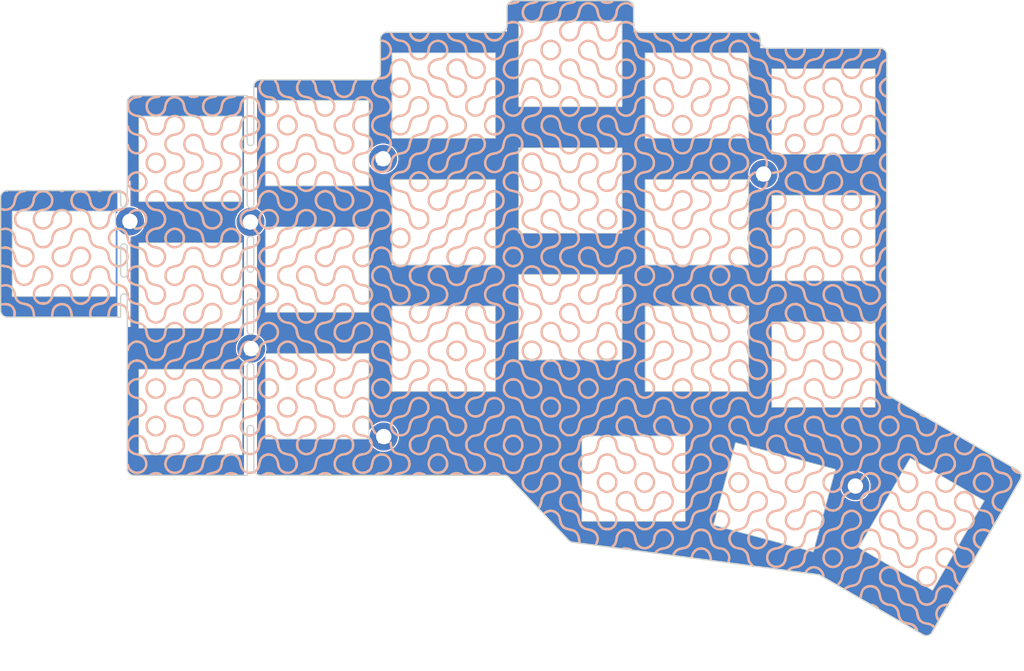
<source format=kicad_pcb>
(kicad_pcb (version 20221018) (generator pcbnew)
  (layers (0 "F.Cu" signal) (31 "B.Cu" signal) (34 "B.Paste" user) (35 "F.Paste" user) (36 "B.SilkS" user "B.Silkscreen") (37 "F.SilkS" user "F.Silkscreen") (38 "B.Mask" user) (39 "F.Mask" user) (44 "Edge.Cuts" user))
  (net 0 "")
  (footprint "kbd:SW_Hole_ALPS" (layer "F.Cu") (at 42.721463 76.099368)
    (fp_text reference "K18" hide)
    (fp_text value "KEYSW" hide)
    (fp_line (start -7.75 -6.4) (end -7.75 6.4) (stroke (width 0.12)) (layer "Edge.Cuts"))
    (fp_line (start -7.75 6.4) (end 7.75 6.4) (stroke (width 0.12)) (layer "Edge.Cuts"))
    (fp_line (start 7.75 -6.4) (end -7.75 -6.4) (stroke (width 0.12)) (layer "Edge.Cuts"))
    (fp_line (start 7.75 6.4) (end 7.75 -6.4) (stroke (width 0.12)) (layer "Edge.Cuts"))
  )
  (footprint "kbd:SW_Hole_ALPS" (layer "F.Cu") (at 118.721463 47.599367)
    (fp_text reference "K21" hide)
    (fp_text value "KEYSW" hide)
    (fp_line (start -7.75 -6.4) (end -7.75 6.4) (stroke (width 0.12)) (layer "Edge.Cuts"))
    (fp_line (start -7.75 6.4) (end 7.75 6.4) (stroke (width 0.12)) (layer "Edge.Cuts"))
    (fp_line (start 7.75 -6.4) (end -7.75 -6.4) (stroke (width 0.12)) (layer "Edge.Cuts"))
    (fp_line (start 7.75 6.4) (end 7.75 -6.4) (stroke (width 0.12)) (layer "Edge.Cuts"))
  )
  (footprint "kbd:SW_Hole_ALPS" (layer "F.Cu") (at 42.721463 57.099368)
    (fp_text reference "K14" hide)
    (fp_text value "KEYSW" hide)
    (fp_line (start -7.75 -6.4) (end -7.75 6.4) (stroke (width 0.12)) (layer "Edge.Cuts"))
    (fp_line (start -7.75 6.4) (end 7.75 6.4) (stroke (width 0.12)) (layer "Edge.Cuts"))
    (fp_line (start 7.75 -6.4) (end -7.75 -6.4) (stroke (width 0.12)) (layer "Edge.Cuts"))
    (fp_line (start 7.75 6.4) (end 7.75 -6.4) (stroke (width 0.12)) (layer "Edge.Cuts"))
  )
  (footprint "kbd:SW_Hole_ALPS" (layer "F.Cu") (at 61.721463 35.724368)
    (fp_text reference "K13" hide)
    (fp_text value "KEYSW" hide)
    (fp_line (start -7.75 -6.4) (end -7.75 6.4) (stroke (width 0.12)) (layer "Edge.Cuts"))
    (fp_line (start -7.75 6.4) (end 7.75 6.4) (stroke (width 0.12)) (layer "Edge.Cuts"))
    (fp_line (start 7.75 -6.4) (end -7.75 -6.4) (stroke (width 0.12)) (layer "Edge.Cuts"))
    (fp_line (start 7.75 6.4) (end 7.75 -6.4) (stroke (width 0.12)) (layer "Edge.Cuts"))
  )
  (footprint "kbd:SW_Hole_ALPS" (layer "F.Cu") (at 152.426296 92.925796 60)
    (fp_text reference "K22" hide)
    (fp_text value "KEYSW" hide)
    (fp_line (start -7.75 -6.4) (end -7.75 6.4) (stroke (width 0.12)) (layer "Edge.Cuts"))
    (fp_line (start -7.75 6.4) (end 7.75 6.4) (stroke (width 0.12)) (layer "Edge.Cuts"))
    (fp_line (start 7.75 -6.4) (end -7.75 -6.4) (stroke (width 0.12)) (layer "Edge.Cuts"))
    (fp_line (start 7.75 6.4) (end 7.75 -6.4) (stroke (width 0.12)) (layer "Edge.Cuts"))
  )
  (footprint "kbd:M2_Hole_TH" (layer "F.Cu") (at 128.721463 40.374367)
    (fp_text reference "H8" (at 0 0.5) (layer "F.SilkS"))
    (fp_text value "MountingHole")
    (pad "" thru_hole circle (at 0 0) (size 4.2 4.2) (drill 2.3) (layers "*.Cu" "*.Mask"))
  )
  (footprint "kbd:SW_Hole_ALPS" (layer "F.Cu") (at 80.721463 66.599368)
    (fp_text reference "K9" hide)
    (fp_text value "KEYSW" hide)
    (fp_line (start -7.75 -6.4) (end -7.75 6.4) (stroke (width 0.12)) (layer "Edge.Cuts"))
    (fp_line (start -7.75 6.4) (end 7.75 6.4) (stroke (width 0.12)) (layer "Edge.Cuts"))
    (fp_line (start 7.75 -6.4) (end -7.75 -6.4) (stroke (width 0.12)) (layer "Edge.Cuts"))
    (fp_line (start 7.75 6.4) (end 7.75 -6.4) (stroke (width 0.12)) (layer "Edge.Cuts"))
  )
  (footprint "kbd:M2_Hole_TH" (layer "F.Cu") (at 71.621463 38.074367)
    (fp_text reference "H4" (at 0 0.5) (layer "F.SilkS"))
    (fp_text value "MountingHole")
    (pad "" thru_hole circle (at 0 0) (size 4.2 4.2) (drill 2.3) (layers "*.Cu" "*.Mask"))
  )
  (footprint "kbd:SW_Hole_ALPS" (layer "F.Cu") (at 130.35654 88.881582 -15)
    (fp_text reference "K1" hide)
    (fp_text value "KEYSW" hide)
    (fp_line (start -7.75 -6.4) (end -7.75 6.4) (stroke (width 0.12)) (layer "Edge.Cuts"))
    (fp_line (start -7.75 6.4) (end 7.75 6.4) (stroke (width 0.12)) (layer "Edge.Cuts"))
    (fp_line (start 7.75 -6.4) (end -7.75 -6.4) (stroke (width 0.12)) (layer "Edge.Cuts"))
    (fp_line (start 7.75 6.4) (end 7.75 -6.4) (stroke (width 0.12)) (layer "Edge.Cuts"))
  )
  (footprint "Silks:skean_truchet_back" (layer "F.Cu") (at 91.221464 61.599367)
    (fp_text reference "G***" hide)
    (fp_text value "LOGO" hide)
  )
  (footprint "kbd:SW_Hole_ALPS" (layer "F.Cu") (at 99.721463 23.849368)
    (fp_text reference "K11" hide)
    (fp_text value "KEYSW" hide)
    (fp_line (start -7.75 -6.4) (end -7.75 6.4) (stroke (width 0.12)) (layer "Edge.Cuts"))
    (fp_line (start -7.75 6.4) (end 7.75 6.4) (stroke (width 0.12)) (layer "Edge.Cuts"))
    (fp_line (start 7.75 -6.4) (end -7.75 -6.4) (stroke (width 0.12)) (layer "Edge.Cuts"))
    (fp_line (start 7.75 6.4) (end 7.75 -6.4) (stroke (width 0.12)) (layer "Edge.Cuts"))
  )
  (footprint "kbd:M2_Hole_TH" (layer "F.Cu") (at 51.821463 66.574367)
    (fp_text reference "H2" (at 0 0.5) (layer "F.SilkS"))
    (fp_text value "MountingHole")
    (pad "" thru_hole circle (at 0 0) (size 4.2 4.2) (drill 2.3) (layers "*.Cu" "*.Mask"))
  )
  (footprint "kbd:SW_Hole_ALPS" (layer "F.Cu") (at 42.721463 38.099368)
    (fp_text reference "K7" hide)
    (fp_text value "KEYSW" hide)
    (fp_line (start -7.75 -6.4) (end -7.75 6.4) (stroke (width 0.12)) (layer "Edge.Cuts"))
    (fp_line (start -7.75 6.4) (end 7.75 6.4) (stroke (width 0.12)) (layer "Edge.Cuts"))
    (fp_line (start 7.75 -6.4) (end -7.75 -6.4) (stroke (width 0.12)) (layer "Edge.Cuts"))
    (fp_line (start 7.75 6.4) (end 7.75 -6.4) (stroke (width 0.12)) (layer "Edge.Cuts"))
  )
  (footprint "kbd:SW_Hole_ALPS" (layer "F.Cu") (at 118.721463 66.599367)
    (fp_text reference "K12" hide)
    (fp_text value "KEYSW" hide)
    (fp_line (start -7.75 -6.4) (end -7.75 6.4) (stroke (width 0.12)) (layer "Edge.Cuts"))
    (fp_line (start -7.75 6.4) (end 7.75 6.4) (stroke (width 0.12)) (layer "Edge.Cuts"))
    (fp_line (start 7.75 -6.4) (end -7.75 -6.4) (stroke (width 0.12)) (layer "Edge.Cuts"))
    (fp_line (start 7.75 6.4) (end 7.75 -6.4) (stroke (width 0.12)) (layer "Edge.Cuts"))
  )
  (footprint "kbd:M2_Hole_TH" (layer "F.Cu") (at 33.621463 47.474367)
    (fp_text reference "H3" (at 0 0.5) (layer "F.SilkS"))
    (fp_text value "MountingHole")
    (pad "" thru_hole circle (at 0 0) (size 4.2 4.2) (drill 2.3) (layers "*.Cu" "*.Mask"))
  )
  (footprint "kbd:M2_Hole_TH" (layer "F.Cu") (at 51.721463 47.574367)
    (fp_text reference "H1" (at 0 0.5) (layer "F.SilkS"))
    (fp_text value "MountingHole")
    (pad "" thru_hole circle (at 0 0) (size 4.2 4.2) (drill 2.3) (layers "*.Cu" "*.Mask"))
  )
  (footprint "kbd:SW_Hole_ALPS" (layer "F.Cu") (at 118.721463 28.599367)
    (fp_text reference "K16" hide)
    (fp_text value "KEYSW" hide)
    (fp_line (start -7.75 -6.4) (end -7.75 6.4) (stroke (width 0.12)) (layer "Edge.Cuts"))
    (fp_line (start -7.75 6.4) (end 7.75 6.4) (stroke (width 0.12)) (layer "Edge.Cuts"))
    (fp_line (start 7.75 -6.4) (end -7.75 -6.4) (stroke (width 0.12)) (layer "Edge.Cuts"))
    (fp_line (start 7.75 6.4) (end 7.75 -6.4) (stroke (width 0.12)) (layer "Edge.Cuts"))
  )
  (footprint "kbd:SW_Hole_ALPS" (layer "F.Cu") (at 80.721463 47.599368)
    (fp_text reference "K6" hide)
    (fp_text value "KEYSW" hide)
    (fp_line (start -7.75 -6.4) (end -7.75 6.4) (stroke (width 0.12)) (layer "Edge.Cuts"))
    (fp_line (start -7.75 6.4) (end 7.75 6.4) (stroke (width 0.12)) (layer "Edge.Cuts"))
    (fp_line (start 7.75 -6.4) (end -7.75 -6.4) (stroke (width 0.12)) (layer "Edge.Cuts"))
    (fp_line (start 7.75 6.4) (end 7.75 -6.4) (stroke (width 0.12)) (layer "Edge.Cuts"))
  )
  (footprint "kbd:SW_Hole_ALPS" (layer "F.Cu") (at 109.221463 86.099097)
    (fp_text reference "K5" hide)
    (fp_text value "KEYSW" hide)
    (fp_line (start -7.75 -6.4) (end -7.75 6.4) (stroke (width 0.12)) (layer "Edge.Cuts"))
    (fp_line (start -7.75 6.4) (end 7.75 6.4) (stroke (width 0.12)) (layer "Edge.Cuts"))
    (fp_line (start 7.75 -6.4) (end -7.75 -6.4) (stroke (width 0.12)) (layer "Edge.Cuts"))
    (fp_line (start 7.75 6.4) (end 7.75 -6.4) (stroke (width 0.12)) (layer "Edge.Cuts"))
  )
  (footprint "kbd:SW_Hole_ALPS" (layer "F.Cu") (at 137.721463 49.974367)
    (fp_text reference "K3" hide)
    (fp_text value "KEYSW" hide)
    (fp_line (start -7.75 -6.4) (end -7.75 6.4) (stroke (width 0.12)) (layer "Edge.Cuts"))
    (fp_line (start -7.75 6.4) (end 7.75 6.4) (stroke (width 0.12)) (layer "Edge.Cuts"))
    (fp_line (start 7.75 -6.4) (end -7.75 -6.4) (stroke (width 0.12)) (layer "Edge.Cuts"))
    (fp_line (start 7.75 6.4) (end 7.75 -6.4) (stroke (width 0.12)) (layer "Edge.Cuts"))
  )
  (footprint "kbd:SW_Hole_ALPS" (layer "F.Cu") (at 23.721464 52.349367)
    (fp_text reference "K10" hide)
    (fp_text value "KEYSW" hide)
    (fp_line (start -7.75 -6.4) (end -7.75 6.4) (stroke (width 0.12)) (layer "Edge.Cuts"))
    (fp_line (start -7.75 6.4) (end 7.75 6.4) (stroke (width 0.12)) (layer "Edge.Cuts"))
    (fp_line (start 7.75 -6.4) (end -7.75 -6.4) (stroke (width 0.12)) (layer "Edge.Cuts"))
    (fp_line (start 7.75 6.4) (end 7.75 -6.4) (stroke (width 0.12)) (layer "Edge.Cuts"))
  )
  (footprint "kbd:SW_Hole_ALPS" (layer "F.Cu") (at 99.721463 42.849368)
    (fp_text reference "K19" hide)
    (fp_text value "KEYSW" hide)
    (fp_line (start -7.75 -6.4) (end -7.75 6.4) (stroke (width 0.12)) (layer "Edge.Cuts"))
    (fp_line (start -7.75 6.4) (end 7.75 6.4) (stroke (width 0.12)) (layer "Edge.Cuts"))
    (fp_line (start 7.75 -6.4) (end -7.75 -6.4) (stroke (width 0.12)) (layer "Edge.Cuts"))
    (fp_line (start 7.75 6.4) (end 7.75 -6.4) (stroke (width 0.12)) (layer "Edge.Cuts"))
  )
  (footprint "Silks:skean_truchet" (layer "F.Cu") (at 90.821464 61.599367)
    (fp_text reference "REF**" hide)
    (fp_text value "LOGO" hide)
  )
  (footprint "kbd:SW_Hole_ALPS" (layer "F.Cu") (at 61.721463 73.724368)
    (fp_text reference "K8" hide)
    (fp_text value "KEYSW" hide)
    (fp_line (start -7.75 -6.4) (end -7.75 6.4) (stroke (width 0.12)) (layer "Edge.Cuts"))
    (fp_line (start -7.75 6.4) (end 7.75 6.4) (stroke (width 0.12)) (layer "Edge.Cuts"))
    (fp_line (start 7.75 -6.4) (end -7.75 -6.4) (stroke (width 0.12)) (layer "Edge.Cuts"))
    (fp_line (start 7.75 6.4) (end 7.75 -6.4) (stroke (width 0.12)) (layer "Edge.Cuts"))
  )
  (footprint "kbd:M2_Hole_TH" (layer "F.Cu") (at 71.721463 79.774367)
    (fp_text reference "H5" (at 0 0.5) (layer "F.SilkS"))
    (fp_text value "MountingHole")
    (pad "" thru_hole circle (at 0 0) (size 4.2 4.2) (drill 2.3) (layers "*.Cu" "*.Mask"))
  )
  (footprint "kbd:SW_Hole_ALPS" (layer "F.Cu") (at 137.721463 30.974367)
    (fp_text reference "K4" hide)
    (fp_text value "KEYSW" hide)
    (fp_line (start -7.75 -6.4) (end -7.75 6.4) (stroke (width 0.12)) (layer "Edge.Cuts"))
    (fp_line (start -7.75 6.4) (end 7.75 6.4) (stroke (width 0.12)) (layer "Edge.Cuts"))
    (fp_line (start 7.75 -6.4) (end -7.75 -6.4) (stroke (width 0.12)) (layer "Edge.Cuts"))
    (fp_line (start 7.75 6.4) (end 7.75 -6.4) (stroke (width 0.12)) (layer "Edge.Cuts"))
  )
  (footprint "kbd:SW_Hole_ALPS" (layer "F.Cu") (at 137.721463 68.974367)
    (fp_text reference "K2" hide)
    (fp_text value "KEYSW" hide)
    (fp_line (start -7.75 -6.4) (end -7.75 6.4) (stroke (width 0.12)) (layer "Edge.Cuts"))
    (fp_line (start -7.75 6.4) (end 7.75 6.4) (stroke (width 0.12)) (layer "Edge.Cuts"))
    (fp_line (start 7.75 -6.4) (end -7.75 -6.4) (stroke (width 0.12)) (layer "Edge.Cuts"))
    (fp_line (start 7.75 6.4) (end 7.75 -6.4) (stroke (width 0.12)) (layer "Edge.Cuts"))
  )
  (footprint "kbd:SW_Hole_ALPS" (layer "F.Cu") (at 99.721463 61.849368)
    (fp_text reference "K15" hide)
    (fp_text value "KEYSW" hide)
    (fp_line (start -7.75 -6.4) (end -7.75 6.4) (stroke (width 0.12)) (layer "Edge.Cuts"))
    (fp_line (start -7.75 6.4) (end 7.75 6.4) (stroke (width 0.12)) (layer "Edge.Cuts"))
    (fp_line (start 7.75 -6.4) (end -7.75 -6.4) (stroke (width 0.12)) (layer "Edge.Cuts"))
    (fp_line (start 7.75 6.4) (end 7.75 -6.4) (stroke (width 0.12)) (layer "Edge.Cuts"))
  )
  (footprint "kbd:M2_Hole_TH" (layer "F.Cu") (at 142.507505 87.19918)
    (fp_text reference "H9" (at 0 0.5) (layer "F.SilkS"))
    (fp_text value "MountingHole")
    (pad "" thru_hole circle (at 0 0) (size 4.2 4.2) (drill 2.3) (layers "*.Cu" "*.Mask"))
  )
  (footprint "kbd:SW_Hole_ALPS" (layer "F.Cu") (at 61.721463 54.724368)
    (fp_text reference "K17" hide)
    (fp_text value "KEYSW" hide)
    (fp_line (start -7.75 -6.4) (end -7.75 6.4) (stroke (width 0.12)) (layer "Edge.Cuts"))
    (fp_line (start -7.75 6.4) (end 7.75 6.4) (stroke (width 0.12)) (layer "Edge.Cuts"))
    (fp_line (start 7.75 -6.4) (end -7.75 -6.4) (stroke (width 0.12)) (layer "Edge.Cuts"))
    (fp_line (start 7.75 6.4) (end 7.75 -6.4) (stroke (width 0.12)) (layer "Edge.Cuts"))
  )
  (footprint "kbd:SW_Hole_ALPS" (layer "F.Cu") (at 80.721463 28.599368)
    (fp_text reference "K20" hide)
    (fp_text value "KEYSW" hide)
    (fp_line (start -7.75 -6.4) (end -7.75 6.4) (stroke (width 0.12)) (layer "Edge.Cuts"))
    (fp_line (start -7.75 6.4) (end 7.75 6.4) (stroke (width 0.12)) (layer "Edge.Cuts"))
    (fp_line (start 7.75 -6.4) (end -7.75 -6.4) (stroke (width 0.12)) (layer "Edge.Cuts"))
    (fp_line (start 7.75 6.4) (end 7.75 -6.4) (stroke (width 0.12)) (layer "Edge.Cuts"))
  )
  (gr_arc (start 89.796623 85.599367) (mid 90.187009 85.679623) (end 90.514076 85.907372) (stroke (width 0.2)) (layer "Edge.Cuts"))
  (gr_line (start 52.221491 40.599328) (end 52.22149 44.924327) (stroke (width 0.2)) (layer "Edge.Cuts"))
  (gr_arc (start 51.22149 50.224327) (mid 51.72149 49.724327) (end 52.22149 50.224327) (stroke (width 0.2)) (layer "Edge.Cuts"))
  (gr_line (start 51.221491 54.599327) (end 51.22149 50.224327) (stroke (width 0.2)) (layer "Edge.Cuts"))
  (gr_arc (start 166.912511 84.834934) (mid 167.378437 85.442141) (end 167.278537 86.20096) (stroke (width 0.2)) (layer "Edge.Cuts"))
  (gr_arc (start 51.221463 59.599366) (mid 51.721463 59.099366) (end 52.221463 59.599366) (stroke (width 0.2)) (layer "Edge.Cuts"))
  (gr_arc (start 90.221463 18.099368) (mid 89.92857 18.806475) (end 89.221463 19.099368) (stroke (width 0.2)) (layer "Edge.Cuts"))
  (gr_line (start 15.221464 42.849368) (end 32.221465 42.849368) (stroke (width 0.2)) (layer "Edge.Cuts"))
  (gr_line (start 32.221464 51.349368) (end 32.221464 55.349368) (stroke (width 0.2)) (layer "Edge.Cuts"))
  (gr_line (start 52.221463 35.599367) (end 52.221463 27.224367) (stroke (width 0.2)) (layer "Edge.Cuts"))
  (gr_line (start 99.480311 95.345258) (end 90.514076 85.907372) (stroke (width 0.2)) (layer "Edge.Cuts"))
  (gr_arc (start 51.221463 40.599367) (mid 51.721463 40.099367) (end 52.221463 40.599367) (stroke (width 0.2)) (layer "Edge.Cuts"))
  (gr_line (start 147.721463 73.754978) (end 166.912511 84.834934) (stroke (width 0.2)) (layer "Edge.Cuts"))
  (gr_line (start 147.221463 22.474368) (end 147.221463 72.888952) (stroke (width 0.2)) (layer "Edge.Cuts"))
  (gr_arc (start 33.221463 55.349368) (mid 32.721463 55.849368) (end 32.221463 55.349368) (stroke (width 0.2)) (layer "Edge.Cuts"))
  (gr_line (start 51.221463 28.599368) (end 51.221463 35.599367) (stroke (width 0.2)) (layer "Edge.Cuts"))
  (gr_line (start 32.221464 42.849368) (end 32.221464 44.849368) (stroke (width 0.2)) (layer "Edge.Cuts"))
  (gr_arc (start 71.221463 25.224368) (mid 70.92857 25.931475) (end 70.221463 26.224368) (stroke (width 0.2)) (layer "Edge.Cuts"))
  (gr_arc (start 52.221463 73.599366) (mid 51.721463 74.099366) (end 51.221463 73.599366) (stroke (width 0.2)) (layer "Edge.Cuts"))
  (gr_line (start 52.221463 84.599366) (end 52.221463 78.599366) (stroke (width 0.2)) (layer "Edge.Cuts"))
  (gr_line (start 52.221491 54.599327) (end 52.22149 50.224327) (stroke (width 0.2)) (layer "Edge.Cuts"))
  (gr_arc (start 53.221463 85.599366) (mid 52.514356 85.306473) (end 52.221463 84.599366) (stroke (width 0.2)) (layer "Edge.Cuts"))
  (gr_line (start 71.221463 25.224368) (end 71.221463 20.099368) (stroke (width 0.2)) (layer "Edge.Cuts"))
  (gr_arc (start 146.221463 21.474368) (mid 146.92857 21.767261) (end 147.221463 22.474368) (stroke (width 0.2)) (layer "Edge.Cuts"))
  (gr_arc (start 108.221463 14.349368) (mid 108.92857 14.642261) (end 109.221463 15.349368) (stroke (width 0.2)) (layer "Edge.Cuts"))
  (gr_line (start 110.221463 19.099367) (end 127.221463 19.099367) (stroke (width 0.2)) (layer "Edge.Cuts"))
  (gr_line (start 51.22149 69.224327) (end 51.221491 73.599327) (stroke (width 0.2)) (layer "Edge.Cuts"))
  (gr_line (start 89.796623 85.599366) (end 53.221463 85.599366) (stroke (width 0.2)) (layer "Edge.Cuts"))
  (gr_line (start 152.662511 109.516658) (end 137.244527 100.615081) (stroke (width 0.2)) (layer "Edge.Cuts"))
  (gr_arc (start 110.221462 19.099368) (mid 109.514356 18.806474) (end 109.221463 18.099367) (stroke (width 0.2)) (layer "Edge.Cuts"))
  (gr_line (start 33.221463 84.609762) (end 33.221464 58.849368) (stroke (width 0.2)) (layer "Edge.Cuts"))
  (gr_arc (start 52.221463 54.599366) (mid 51.721463 55.099366) (end 51.221463 54.599366) (stroke (width 0.2)) (layer "Edge.Cuts"))
  (gr_arc (start 51.221463 78.599366) (mid 51.721463 78.099366) (end 52.221463 78.599366) (stroke (width 0.2)) (layer "Edge.Cuts"))
  (gr_arc (start 33.221464 44.849368) (mid 32.721464 45.349368) (end 32.221464 44.849368) (stroke (width 0.2)) (layer "Edge.Cuts"))
  (gr_line (start 51.221463 78.599366) (end 51.221463 85.599366) (stroke (width 0.2)) (layer "Edge.Cuts"))
  (gr_arc (start 34.211068 85.599367) (mid 33.511312 85.309518) (end 33.221463 84.609762) (stroke (width 0.2)) (layer "Edge.Cuts"))
  (gr_line (start 51.221463 85.599366) (end 34.211068 85.599366) (stroke (width 0.2)) (layer "Edge.Cuts"))
  (gr_arc (start 52.221463 27.224368) (mid 52.514356 26.517261) (end 53.221463 26.224368) (stroke (width 0.2)) (layer "Edge.Cuts"))
  (gr_line (start 53.221463 26.224368) (end 70.221463 26.224368) (stroke (width 0.2)) (layer "Edge.Cuts"))
  (gr_line (start 14.221465 60.849368) (end 14.221465 43.849369) (stroke (width 0.2)) (layer "Edge.Cuts"))
  (gr_arc (start 15.221464 61.849367) (mid 14.514358 61.556474) (end 14.221465 60.849368) (stroke (width 0.2)) (layer "Edge.Cuts"))
  (gr_arc (start 14.221465 43.849369) (mid 14.514358 43.142262) (end 15.221464 42.849368) (stroke (width 0.2)) (layer "Edge.Cuts"))
  (gr_line (start 32.221464 58.849368) (end 32.221464 61.849368) (stroke (width 0.2)) (layer "Edge.Cuts"))
  (gr_line (start 52.221491 73.599327) (end 52.22149 69.224327) (stroke (width 0.2)) (layer "Edge.Cuts"))
  (gr_arc (start 52.22149 44.924327) (mid 51.72149 45.424327) (end 51.22149 44.924327) (stroke (width 0.2)) (layer "Edge.Cuts"))
  (gr_arc (start 129.221463 21.474367) (mid 128.514356 21.181474) (end 128.221463 20.474367) (stroke (width 0.2)) (layer "Edge.Cuts"))
  (gr_arc (start 90.221463 15.349368) (mid 90.514356 14.642261) (end 91.221463 14.349368) (stroke (width 0.2)) (layer "Edge.Cuts"))
  (gr_arc (start 127.221463 19.099367) (mid 127.92857 19.39226) (end 128.221463 20.099367) (stroke (width 0.2)) (layer "Edge.Cuts"))
  (gr_arc (start 100.068595 95.644797) (mid 99.748739 95.545528) (end 99.480311 95.345258) (stroke (width 0.2)) (layer "Edge.Cuts"))
  (gr_line (start 136.878894 100.490965) (end 100.068595 95.644797) (stroke (width 0.2)) (layer "Edge.Cuts"))
  (gr_line (start 33.221464 44.849368) (end 33.221464 29.599368) (stroke (width 0.2)) (layer "Edge.Cuts"))
  (gr_line (start 33.221463 55.349368) (end 33.221463 51.349368) (stroke (width 0.2)) (layer "Edge.Cuts"))
  (gr_line (start 109.221463 15.349368) (end 109.221463 18.099367) (stroke (width 0.2)) (layer "Edge.Cuts"))
  (gr_line (start 128.221463 20.099367) (end 128.221463 20.474367) (stroke (width 0.2)) (layer "Edge.Cuts"))
  (gr_arc (start 33.221464 29.599368) (mid 33.514357 28.892261) (end 34.221464 28.599368) (stroke (width 0.2)) (layer "Edge.Cuts"))
  (gr_line (start 52.22149 63.924327) (end 52.221491 59.599327) (stroke (width 0.2)) (layer "Edge.Cuts"))
  (gr_line (start 129.221463 21.474367) (end 146.221463 21.474368) (stroke (width 0.2)) (layer "Edge.Cuts"))
  (gr_line (start 167.278537 86.20096) (end 154.028537 109.150633) (stroke (width 0.2)) (layer "Edge.Cuts"))
  (gr_arc (start 51.22149 69.224327) (mid 51.72149 68.724327) (end 52.22149 69.224327) (stroke (width 0.2)) (layer "Edge.Cuts"))
  (gr_arc (start 52.221463 35.599367) (mid 51.721463 36.099367) (end 51.221463 35.599367) (stroke (width 0.2)) (layer "Edge.Cuts"))
  (gr_arc (start 136.878894 100.490965) (mid 137.067823 100.535017) (end 137.244527 100.615081) (stroke (width 0.2)) (layer "Edge.Cuts"))
  (gr_arc (start 147.721463 73.754977) (mid 147.355438 73.388952) (end 147.221463 72.888952) (stroke (width 0.2)) (layer "Edge.Cuts"))
  (gr_line (start 51.221491 40.599328) (end 51.22149 44.924327) (stroke (width 0.2)) (layer "Edge.Cuts"))
  (gr_arc (start 32.221462 51.349368) (mid 32.721462 50.849368) (end 33.221462 51.349368) (stroke (width 0.2)) (layer "Edge.Cuts"))
  (gr_arc (start 52.22149 63.924327) (mid 51.72149 64.424327) (end 51.22149 63.924327) (stroke (width 0.2)) (layer "Edge.Cuts"))
  (gr_arc (start 32.221464 58.849368) (mid 32.721464 58.349368) (end 33.221464 58.849368) (stroke (width 0.2)) (layer "Edge.Cuts"))
  (gr_arc (start 71.221462 20.099368) (mid 71.514356 19.392261) (end 72.221463 19.099367) (stroke (width 0.2)) (layer "Edge.Cuts"))
  (gr_line (start 90.221463 18.099368) (end 90.221463 15.349368) (stroke (width 0.2)) (layer "Edge.Cuts"))
  (gr_line (start 32.221464 61.849368) (end 15.221464 61.849368) (stroke (width 0.2)) (layer "Edge.Cuts"))
  (gr_line (start 91.221463 14.349368) (end 108.221463 14.349368) (stroke (width 0.2)) (layer "Edge.Cuts"))
  (gr_line (start 72.221463 19.099367) (end 89.221463 19.099368) (stroke (width 0.2)) (layer "Edge.Cuts"))
  (gr_arc (start 154.028536 109.150633) (mid 153.42133 109.616559) (end 152.662511 109.516658) (stroke (width 0.2)) (layer "Edge.Cuts"))
  (gr_line (start 34.221464 28.599368) (end 51.221463 28.599368) (stroke (width 0.2)) (layer "Edge.Cuts"))
  (gr_line (start 51.22149 63.924327) (end 51.221491 59.599327) (stroke (width 0.2)) (layer "Edge.Cuts"))
  (zone (net 0) (net_name "") (layers "F&B.Cu") (priority 1) (connect_pads (clearance 0.2)) (min_thickness 0.25) (fill yes (thermal_gap 0.5) (thermal_bridge_width 0.5))
    (polygon (pts (xy 109.221463 19.104952) (xy 128.221463 19.104952) (xy 128.221463 21.504952) (xy 147.221463 21.504952) (xy 147.221463 23.804952) (xy 147.721464 73.349367) (xy 167.821463 85.204952) (xy 153.421463 109.904952) (xy 137.021463 100.504952) (xy 99.721463 95.504952) (xy 90.121463 85.504952) (xy 33.221463 85.604952) (xy 33.221463 61.804952) (xy 14.121463 61.804952) (xy 14.221463 42.904952) (xy 33.221463 42.804952) (xy 33.221463 28.504952) (xy 52.221463 28.504952) (xy 52.221463 26.204952) (xy 71.221463 26.204952) (xy 71.221463 19.004952) (xy 90.221463 19.004952) (xy 90.221463 14.304952) (xy 109.221463 14.304952)))
  )
  (zone (net 0) (net_name "") (layers "F&B.Cu") (connect_pads (clearance 0)) (min_thickness 0.254)
    (keepout (tracks not_allowed) (vias not_allowed) (pads not_allowed) (copperpour not_allowed) (footprints allowed))
    (fill (thermal_gap 0.508) (thermal_bridge_width 0.508))
    (polygon (pts (xy 52.721463 86.099367) (xy 50.721463 86.099367) (xy 50.721463 27.349367) (xy 52.721463 27.349367)))
  )
  (zone (net 0) (net_name "") (layers "F&B.Cu") (connect_pads (clearance 0)) (min_thickness 0.254)
    (keepout (tracks not_allowed) (vias not_allowed) (pads not_allowed) (copperpour not_allowed) (footprints allowed))
    (fill (thermal_gap 0.508) (thermal_bridge_width 0.508))
    (polygon (pts (xy 33.721463 63.349367) (xy 31.721463 63.349367) (xy 31.721463 41.849367) (xy 33.721463 41.349367)))
  )
)
</source>
